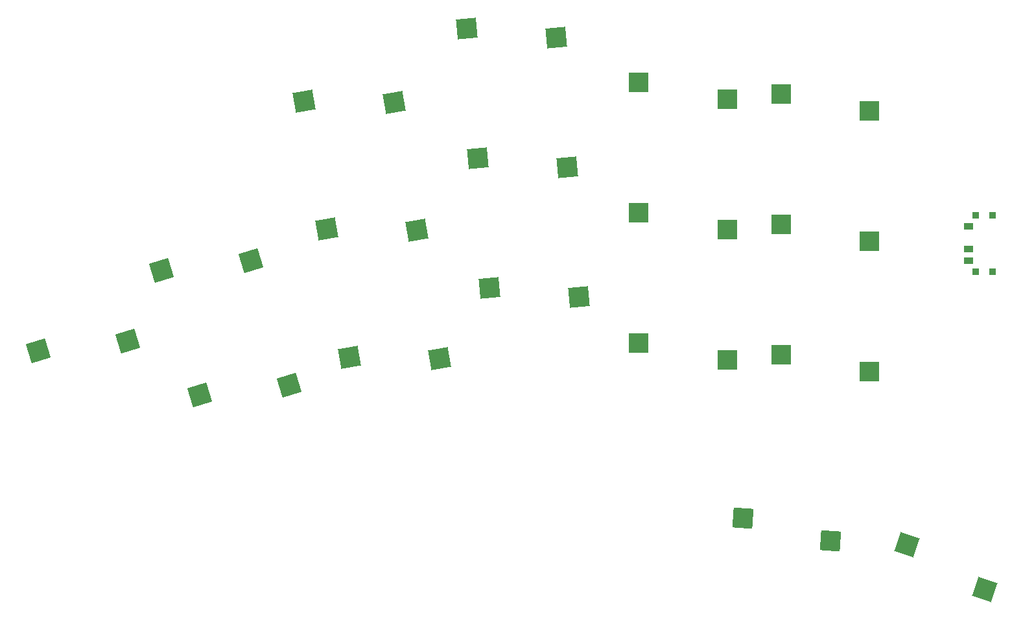
<source format=gbp>
%TF.GenerationSoftware,KiCad,Pcbnew,(6.0.4)*%
%TF.CreationDate,2022-06-08T17:56:44+02:00*%
%TF.ProjectId,basbousa,62617362-6f75-4736-912e-6b696361645f,v1.0.0*%
%TF.SameCoordinates,Original*%
%TF.FileFunction,Paste,Bot*%
%TF.FilePolarity,Positive*%
%FSLAX46Y46*%
G04 Gerber Fmt 4.6, Leading zero omitted, Abs format (unit mm)*
G04 Created by KiCad (PCBNEW (6.0.4)) date 2022-06-08 17:56:44*
%MOMM*%
%LPD*%
G01*
G04 APERTURE LIST*
G04 Aperture macros list*
%AMRotRect*
0 Rectangle, with rotation*
0 The origin of the aperture is its center*
0 $1 length*
0 $2 width*
0 $3 Rotation angle, in degrees counterclockwise*
0 Add horizontal line*
21,1,$1,$2,0,0,$3*%
G04 Aperture macros list end*
%ADD10RotRect,2.600000X2.600000X10.000000*%
%ADD11RotRect,2.600000X2.600000X5.000000*%
%ADD12R,2.600000X2.600000*%
%ADD13RotRect,2.600000X2.600000X341.000000*%
%ADD14R,0.900000X0.900000*%
%ADD15R,1.250000X0.900000*%
%ADD16RotRect,2.600000X2.600000X17.000000*%
%ADD17RotRect,2.600000X2.600000X356.000000*%
G04 APERTURE END LIST*
D10*
%TO.C,S11*%
X68441985Y110243738D03*
X80198542Y110082797D03*
%TD*%
D11*
%TO.C,S15*%
X91124018Y102756090D03*
X102821810Y101571110D03*
%TD*%
D12*
%TO.C,S21*%
X112136086Y95636017D03*
X123686087Y93436016D03*
%TD*%
%TO.C,S29*%
X130709999Y111128000D03*
X142260000Y108927999D03*
%TD*%
D13*
%TO.C,S33*%
X147123789Y52340214D03*
X157328279Y46499759D03*
%TD*%
D10*
%TO.C,S7*%
X74346023Y76760274D03*
X86102580Y76599333D03*
%TD*%
D14*
%TO.C,T2*%
X158369000Y87958000D03*
X158369000Y95358000D03*
X156169000Y87958000D03*
X156169000Y95358000D03*
D15*
X155194000Y93908000D03*
X155194000Y90908000D03*
X155194000Y89408000D03*
%TD*%
D16*
%TO.C,S1*%
X33728106Y77654241D03*
X45416645Y78927263D03*
%TD*%
%TO.C,S5*%
X49791495Y88098693D03*
X61480034Y89371715D03*
%TD*%
D12*
%TO.C,S27*%
X130709999Y94128000D03*
X142260000Y91927999D03*
%TD*%
D10*
%TO.C,S9*%
X71394004Y93502006D03*
X83150561Y93341065D03*
%TD*%
D11*
%TO.C,S13*%
X92605666Y85820780D03*
X104303458Y84635800D03*
%TD*%
%TO.C,S17*%
X89642371Y119691400D03*
X101340163Y118506420D03*
%TD*%
D17*
%TO.C,S31*%
X125769118Y55812410D03*
X137137519Y52812080D03*
%TD*%
D16*
%TO.C,S3*%
X54761814Y71841512D03*
X66450353Y73114534D03*
%TD*%
D12*
%TO.C,S23*%
X112136086Y112636017D03*
X123686087Y110436016D03*
%TD*%
%TO.C,S25*%
X130709999Y77128000D03*
X142260000Y74927999D03*
%TD*%
%TO.C,S19*%
X112136086Y78636017D03*
X123686087Y76436016D03*
%TD*%
M02*

</source>
